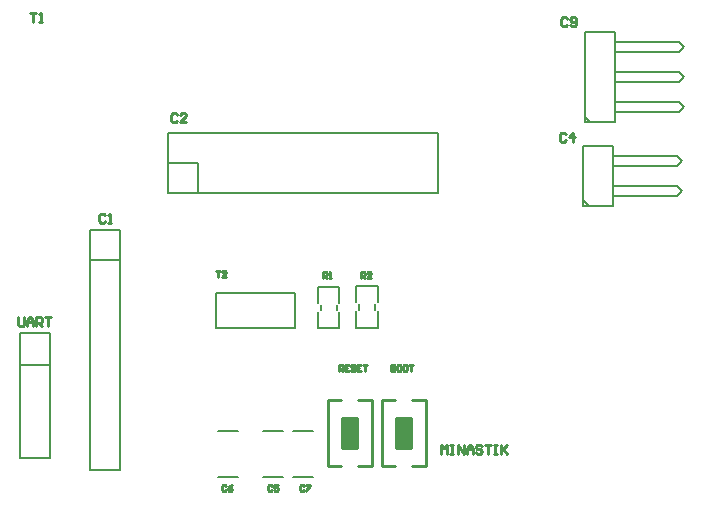
<source format=gto>
G04*
G04 #@! TF.GenerationSoftware,Altium Limited,Altium Designer,22.10.1 (41)*
G04*
G04 Layer_Color=65535*
%FSTAX24Y24*%
%MOIN*%
G70*
G04*
G04 #@! TF.SameCoordinates,17841630-244F-4CFE-80E3-D5873E1B35FB*
G04*
G04*
G04 #@! TF.FilePolarity,Positive*
G04*
G01*
G75*
%ADD10C,0.0079*%
%ADD11C,0.0070*%
%ADD12C,0.0100*%
%ADD13C,0.0060*%
%ADD14R,0.0500X0.1000*%
D10*
X03485Y04245D02*
Y04445D01*
X04385D01*
Y04245D02*
Y04445D01*
X03485Y04245D02*
X04385D01*
X03485Y04345D02*
X03585D01*
Y04245D02*
Y04345D01*
X051824Y042667D02*
X051991Y0425D01*
X051824Y043333D02*
X051991Y0435D01*
X051824Y043667D02*
X051991Y0435D01*
X051824Y042333D02*
X051991Y0425D01*
X048707Y042183D02*
X048874Y042017D01*
X048691Y042D02*
Y044D01*
Y042D02*
X049691D01*
X048691Y044D02*
X049691D01*
Y042D02*
Y044D01*
X049701Y042333D02*
X051824D01*
X049691Y042667D02*
X051824D01*
X049701Y043333D02*
X051824D01*
X049701Y043667D02*
X051824D01*
X03902Y03298D02*
X03967D01*
X03902Y03452D02*
X03968D01*
X0299Y033602D02*
X0309D01*
X0299D02*
Y037798D01*
X0309Y033602D02*
Y037798D01*
X0299D02*
X0309D01*
X0299Y0367D02*
X0309D01*
X051874Y045467D02*
X052041Y0453D01*
X051874Y046133D02*
X052041Y0463D01*
X051874Y046467D02*
X052041Y0463D01*
X051874Y045133D02*
X052041Y0453D01*
X048757Y044983D02*
X048924Y044817D01*
X048741Y0448D02*
Y0478D01*
Y0448D02*
X049741D01*
X048741Y0478D02*
X049741D01*
Y0448D02*
Y0478D01*
X049751Y045133D02*
X051874D01*
X049741Y045467D02*
X051874D01*
X049751Y046133D02*
X051874D01*
X049751Y046467D02*
X051874D01*
Y047467D02*
X052041Y0473D01*
X051874Y047133D02*
X052041Y0473D01*
X049751Y047133D02*
X051874D01*
X049741Y047467D02*
X051874D01*
X04183Y038811D02*
Y039339D01*
X04112D02*
X04183D01*
X04112Y038811D02*
Y039339D01*
Y037961D02*
Y038506D01*
X04183Y037961D02*
Y038506D01*
X04112Y037961D02*
X04183D01*
X03325Y0332D02*
Y0412D01*
X03225D02*
X03325D01*
X03225Y0332D02*
Y0412D01*
Y0332D02*
X03325D01*
X03225Y0402D02*
X03325D01*
X03652Y03298D02*
X03717D01*
X03652Y03452D02*
X03718D01*
X03802Y03298D02*
X03867D01*
X03802Y03452D02*
X03868D01*
X040556Y038783D02*
Y039311D01*
X039846D02*
X040556D01*
X039846Y038783D02*
Y039311D01*
Y037933D02*
Y038478D01*
X040556Y037933D02*
Y038478D01*
X039846Y037933D02*
X040556D01*
D11*
X041744Y038562D02*
Y038742D01*
X041204Y038562D02*
Y038742D01*
X04047Y038534D02*
Y038714D01*
X03993Y038534D02*
Y038714D01*
D12*
X04197Y03334D02*
X04242D01*
X04298D02*
X04343D01*
X04245Y03495D02*
X04295D01*
X04245Y03395D02*
Y03495D01*
Y03395D02*
X04295D01*
Y03495D01*
X04343Y03334D02*
Y03556D01*
X04197Y03334D02*
Y03556D01*
X04242D01*
X04298D02*
X04343D01*
X04017Y03334D02*
X04062D01*
X04118D02*
X04163D01*
X04065Y03495D02*
X04115D01*
X04065Y03395D02*
Y03495D01*
Y03395D02*
X04115D01*
Y03495D01*
X04163Y03334D02*
Y03556D01*
X04017Y03334D02*
Y03556D01*
X04062D01*
X04118D02*
X04163D01*
X03515Y04505D02*
X0351Y0451D01*
X035D01*
X03495Y04505D01*
Y04485D01*
X035Y0448D01*
X0351D01*
X03515Y04485D01*
X03545Y0448D02*
X03525D01*
X03545Y045D01*
Y04505D01*
X0354Y0451D01*
X0353D01*
X03525Y04505D01*
X0481Y0444D02*
X04805Y04445D01*
X04795D01*
X0479Y0444D01*
Y0442D01*
X04795Y04415D01*
X04805D01*
X0481Y0442D01*
X04835Y04415D02*
Y04445D01*
X0482Y0443D01*
X0484D01*
X039367Y032667D02*
X039333Y0327D01*
X039267D01*
X039233Y032667D01*
Y032533D01*
X039267Y0325D01*
X039333D01*
X039367Y032533D01*
X039433Y0327D02*
X039567D01*
Y032667D01*
X039433Y032533D01*
Y0325D01*
X02985Y0383D02*
Y03805D01*
X0299Y038D01*
X03D01*
X03005Y03805D01*
Y0383D01*
X03015Y038D02*
Y0382D01*
X03025Y0383D01*
X03035Y0382D01*
Y038D01*
Y03815D01*
X03015D01*
X03045Y038D02*
Y0383D01*
X0306D01*
X03065Y03825D01*
Y03815D01*
X0306Y0381D01*
X03045D01*
X03055D02*
X03065Y038D01*
X03075Y0383D02*
X03095D01*
X03085D01*
Y038D01*
X04815Y04825D02*
X0481Y0483D01*
X048D01*
X04795Y04825D01*
Y04805D01*
X048Y048D01*
X0481D01*
X04815Y04805D01*
X04825D02*
X0483Y048D01*
X0484D01*
X04845Y04805D01*
Y04825D01*
X0484Y0483D01*
X0483D01*
X04825Y04825D01*
Y0482D01*
X0483Y04815D01*
X04845D01*
X041283Y0396D02*
Y0398D01*
X041383D01*
X041417Y039767D01*
Y0397D01*
X041383Y039667D01*
X041283D01*
X04135D02*
X041417Y0396D01*
X041617D02*
X041483D01*
X041617Y039733D01*
Y039767D01*
X041583Y0398D01*
X041517D01*
X041483Y039767D01*
X042283Y0367D02*
Y0365D01*
X042383D01*
X042417Y036533D01*
Y036567D01*
X042383Y0366D01*
X042283D01*
X042383D01*
X042417Y036633D01*
Y036667D01*
X042383Y0367D01*
X042283D01*
X042583D02*
X042517D01*
X042483Y036667D01*
Y036533D01*
X042517Y0365D01*
X042583D01*
X042617Y036533D01*
Y036667D01*
X042583Y0367D01*
X042783D02*
X042717D01*
X042683Y036667D01*
Y036533D01*
X042717Y0365D01*
X042783D01*
X042817Y036533D01*
Y036667D01*
X042783Y0367D01*
X042883D02*
X043017D01*
X04295D01*
Y0365D01*
X03025Y04845D02*
X03045D01*
X03035D01*
Y04815D01*
X03055D02*
X03065D01*
X0306D01*
Y04845D01*
X03055Y0484D01*
X036433Y03985D02*
X036567D01*
X0365D01*
Y03965D01*
X036767D02*
X036633D01*
X036767Y039783D01*
Y039817D01*
X036733Y03985D01*
X036667D01*
X036633Y039817D01*
X03275Y0417D02*
X0327Y04175D01*
X0326D01*
X03255Y0417D01*
Y0415D01*
X0326Y04145D01*
X0327D01*
X03275Y0415D01*
X03285Y04145D02*
X03295D01*
X0329D01*
Y04175D01*
X03285Y0417D01*
X04395Y03375D02*
Y03405D01*
X04405Y03395D01*
X04415Y03405D01*
Y03375D01*
X04425Y03405D02*
X04435D01*
X0443D01*
Y03375D01*
X04425D01*
X04435D01*
X0445D02*
Y03405D01*
X0447Y03375D01*
Y03405D01*
X0448Y03375D02*
Y03395D01*
X0449Y03405D01*
X045Y03395D01*
Y03375D01*
Y0339D01*
X0448D01*
X0453Y034D02*
X04525Y03405D01*
X04515D01*
X0451Y034D01*
Y03395D01*
X04515Y0339D01*
X04525D01*
X0453Y03385D01*
Y0338D01*
X04525Y03375D01*
X04515D01*
X0451Y0338D01*
X0454Y03405D02*
X045599D01*
X0455D01*
Y03375D01*
X045699Y03405D02*
X045799D01*
X045749D01*
Y03375D01*
X045699D01*
X045799D01*
X045949Y03405D02*
Y03375D01*
Y03385D01*
X046149Y03405D01*
X045999Y0339D01*
X046149Y03375D01*
X036767Y032667D02*
X036733Y0327D01*
X036667D01*
X036633Y032667D01*
Y032533D01*
X036667Y0325D01*
X036733D01*
X036767Y032533D01*
X036967Y0327D02*
X0369Y032667D01*
X036833Y0326D01*
Y032533D01*
X036867Y0325D01*
X036933D01*
X036967Y032533D01*
Y032567D01*
X036933Y0326D01*
X036833D01*
X038317Y032667D02*
X038283Y0327D01*
X038217D01*
X038183Y032667D01*
Y032533D01*
X038217Y0325D01*
X038283D01*
X038317Y032533D01*
X038517Y0327D02*
X038383D01*
Y0326D01*
X03845Y032633D01*
X038483D01*
X038517Y0326D01*
Y032533D01*
X038483Y0325D01*
X038417D01*
X038383Y032533D01*
X040017Y0396D02*
Y0398D01*
X040117D01*
X04015Y039767D01*
Y0397D01*
X040117Y039667D01*
X040017D01*
X040083D02*
X04015Y0396D01*
X040217D02*
X040283D01*
X04025D01*
Y0398D01*
X040217Y039767D01*
X040533Y0365D02*
Y0367D01*
X040633D01*
X040667Y036667D01*
Y0366D01*
X040633Y036567D01*
X040533D01*
X0406D02*
X040667Y0365D01*
X040867Y0367D02*
X040733D01*
Y0365D01*
X040867D01*
X040733Y0366D02*
X0408D01*
X041067Y036667D02*
X041033Y0367D01*
X040967D01*
X040933Y036667D01*
Y036633D01*
X040967Y0366D01*
X041033D01*
X041067Y036567D01*
Y036533D01*
X041033Y0365D01*
X040967D01*
X040933Y036533D01*
X041267Y0367D02*
X041133D01*
Y0365D01*
X041267D01*
X041133Y0366D02*
X0412D01*
X041333Y0367D02*
X041467D01*
X0414D01*
Y0365D01*
D13*
X03644Y03796D02*
Y039119D01*
Y03796D02*
X03906D01*
Y039119D01*
X03644D02*
X03906D01*
D14*
X0427Y03445D02*
D03*
X0409D02*
D03*
M02*

</source>
